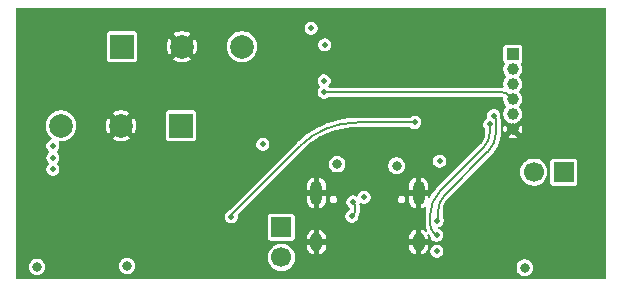
<source format=gbr>
%TF.GenerationSoftware,KiCad,Pcbnew,9.0.7-9.0.7~ubuntu24.04.1*%
%TF.CreationDate,2026-02-26T22:41:37+11:00*%
%TF.ProjectId,flipcab-rounded,666c6970-6361-4622-9d72-6f756e646564,rev?*%
%TF.SameCoordinates,Original*%
%TF.FileFunction,Copper,L4,Bot*%
%TF.FilePolarity,Positive*%
%FSLAX46Y46*%
G04 Gerber Fmt 4.6, Leading zero omitted, Abs format (unit mm)*
G04 Created by KiCad (PCBNEW 9.0.7-9.0.7~ubuntu24.04.1) date 2026-02-26 22:41:37*
%MOMM*%
%LPD*%
G01*
G04 APERTURE LIST*
%TA.AperFunction,ComponentPad*%
%ADD10C,0.630000*%
%TD*%
%TA.AperFunction,SMDPad,CuDef*%
%ADD11R,2.600000X3.300000*%
%TD*%
%TA.AperFunction,ComponentPad*%
%ADD12R,1.000000X1.000000*%
%TD*%
%TA.AperFunction,ComponentPad*%
%ADD13C,1.000000*%
%TD*%
%TA.AperFunction,ComponentPad*%
%ADD14R,2.000000X2.000000*%
%TD*%
%TA.AperFunction,ComponentPad*%
%ADD15C,2.000000*%
%TD*%
%TA.AperFunction,ComponentPad*%
%ADD16R,1.700000X1.700000*%
%TD*%
%TA.AperFunction,ComponentPad*%
%ADD17C,1.700000*%
%TD*%
%TA.AperFunction,HeatsinkPad*%
%ADD18O,1.000000X2.100000*%
%TD*%
%TA.AperFunction,HeatsinkPad*%
%ADD19O,1.000000X1.600000*%
%TD*%
%TA.AperFunction,ViaPad*%
%ADD20C,0.500000*%
%TD*%
%TA.AperFunction,ViaPad*%
%ADD21C,0.800000*%
%TD*%
%TA.AperFunction,Conductor*%
%ADD22C,0.160000*%
%TD*%
G04 APERTURE END LIST*
D10*
%TO.P,U4,9,GND*%
%TO.N,GND*%
X88470000Y-97350000D03*
X88470000Y-98650000D03*
X88470000Y-99950000D03*
D11*
X89120000Y-98650000D03*
D10*
X89770000Y-97350000D03*
X89770000Y-98650000D03*
X89770000Y-99950000D03*
%TD*%
D12*
%TO.P,J2,1,Pin_1*%
%TO.N,+3V3*%
X91080000Y-83930000D03*
D13*
%TO.P,J2,2,Pin_2*%
%TO.N,UART_TXD*%
X91080000Y-85200000D03*
%TO.P,J2,3,Pin_3*%
%TO.N,UART_RXD*%
X91080000Y-86470000D03*
%TO.P,J2,4,Pin_4*%
%TO.N,EN*%
X91080000Y-87740000D03*
%TO.P,J2,5,Pin_5*%
%TO.N,IO9{slash}BOOT*%
X91080000Y-89010000D03*
%TO.P,J2,6,Pin_6*%
%TO.N,GND*%
X91080000Y-90280000D03*
%TD*%
D14*
%TO.P,SW2,1,A*%
%TO.N,Net-(SW2-A)*%
X58000000Y-83300000D03*
D15*
%TO.P,SW2,2,B*%
%TO.N,GND*%
X63080000Y-83300000D03*
%TO.P,SW2,3,C*%
%TO.N,+3V3*%
X68160000Y-83300000D03*
%TD*%
D16*
%TO.P,J4,1,Pin_1*%
%TO.N,Net-(J4-Pin_1)*%
X95395000Y-93930000D03*
D17*
%TO.P,J4,2,Pin_2*%
%TO.N,Net-(J4-Pin_2)*%
X92855000Y-93930000D03*
%TD*%
D16*
%TO.P,J1,1,Pin_1*%
%TO.N,Net-(J1-Pin_1)*%
X71490000Y-98610000D03*
D17*
%TO.P,J1,2,Pin_2*%
%TO.N,+12V*%
X71490000Y-101150000D03*
%TD*%
D14*
%TO.P,SW1,1,A*%
%TO.N,Net-(SW1-A)*%
X63000000Y-90000000D03*
D15*
%TO.P,SW1,2,B*%
%TO.N,GND*%
X57920000Y-90000000D03*
%TO.P,SW1,3,C*%
%TO.N,+3V3*%
X52840000Y-90000000D03*
%TD*%
D18*
%TO.P,J3,S1,SHIELD*%
%TO.N,GND*%
X74460000Y-95700000D03*
D19*
X74460000Y-99880000D03*
D18*
X83100000Y-95700000D03*
D19*
X83100000Y-99880000D03*
%TD*%
D20*
%TO.N,GND*%
X96400000Y-84600000D03*
X55500000Y-96000000D03*
X80200000Y-88900000D03*
X73920000Y-92180000D03*
X67400000Y-99800000D03*
X60800000Y-92700000D03*
X65181250Y-98918750D03*
X98500000Y-96300000D03*
X88600000Y-95400000D03*
X86700000Y-88300000D03*
X55500000Y-95200000D03*
X97500000Y-99300000D03*
X86700000Y-81800000D03*
X89300000Y-80600000D03*
X53300000Y-100800000D03*
X83000000Y-88700000D03*
X53300000Y-95900000D03*
X56700000Y-97500000D03*
X51600000Y-82900000D03*
X53300000Y-96800000D03*
X54300000Y-93700000D03*
X53300000Y-93700000D03*
X55500000Y-96700000D03*
X49500000Y-95900000D03*
X56000000Y-100500000D03*
X97700000Y-94800000D03*
X96600000Y-101300000D03*
X97700000Y-95800000D03*
X78100000Y-92000000D03*
X86800000Y-89300000D03*
X95400000Y-100700000D03*
X96300000Y-90500000D03*
X87800000Y-91370000D03*
X92600000Y-87500000D03*
X78800000Y-88900000D03*
X68800000Y-100400000D03*
X87300000Y-95400000D03*
X98500000Y-98900000D03*
X79600000Y-81900000D03*
X89700000Y-95400000D03*
X50900000Y-93900000D03*
X82000000Y-81800000D03*
X51100000Y-95800000D03*
X77500000Y-84100000D03*
X81500000Y-88900000D03*
X71300000Y-83500000D03*
X92500000Y-86100000D03*
X84600000Y-94300000D03*
X53300000Y-94900000D03*
X72000000Y-88200000D03*
X77300000Y-88800000D03*
X50700000Y-100600000D03*
X84500000Y-81800000D03*
X69200000Y-97500000D03*
X98600000Y-97700000D03*
X69700000Y-90500000D03*
X86700000Y-86000000D03*
X86700000Y-83800000D03*
X50700000Y-99800000D03*
X72200000Y-93800000D03*
X71500000Y-86100000D03*
X64700000Y-96500000D03*
X55500000Y-97500000D03*
X84500000Y-89300000D03*
X57100000Y-99200000D03*
X97700000Y-91800000D03*
X69400000Y-87400000D03*
X71700000Y-89900000D03*
X60900000Y-96800000D03*
X77500000Y-81900000D03*
X66817500Y-95117500D03*
X94000000Y-96000000D03*
X97700000Y-83200000D03*
X77400000Y-86200000D03*
X58000000Y-94900000D03*
X63600000Y-95000000D03*
X50400000Y-95400000D03*
X74600000Y-80900000D03*
X79000000Y-100600000D03*
X55500000Y-94400000D03*
X66400000Y-98800000D03*
%TO.N,+3V3*%
X52140000Y-91700000D03*
X75100000Y-86200000D03*
X84880000Y-93000000D03*
X84660000Y-100630000D03*
X52140000Y-92700000D03*
X74002500Y-81767500D03*
X52140000Y-93700000D03*
X75150000Y-83160000D03*
%TO.N,EN*%
X75100000Y-87160000D03*
%TO.N,CC1*%
X77540000Y-96460000D03*
X77450000Y-97650000D03*
%TO.N,JTAG_DM*%
X78500000Y-96040000D03*
D21*
%TO.N,+12V*%
X76210000Y-93260000D03*
D20*
X69910000Y-91580000D03*
D21*
X50800000Y-101950000D03*
X58430000Y-101870000D03*
X92100000Y-102020000D03*
X81250000Y-93390000D03*
D20*
%TO.N,LED_CTRL*%
X67260000Y-97720000D03*
X82770000Y-89730000D03*
%TO.N,MOTOR_IN1*%
X89130000Y-89900000D03*
X84630000Y-99290000D03*
%TO.N,MOTOR_IN2*%
X84700000Y-98030000D03*
X89450000Y-89150000D03*
%TD*%
D22*
%TO.N,EN*%
X75100000Y-87160000D02*
X90089878Y-87160000D01*
X90790000Y-87450000D02*
X91080000Y-87740000D01*
X90790000Y-87450000D02*
G75*
G03*
X90089878Y-87160009I-700100J-700100D01*
G01*
%TO.N,CC1*%
X77480000Y-97650000D02*
X77450000Y-97650000D01*
X77640000Y-96560000D02*
X77540000Y-96460000D01*
X77531213Y-97628786D02*
X77625000Y-97535000D01*
X77740000Y-96801421D02*
X77740000Y-97257365D01*
X77640000Y-96560000D02*
G75*
G02*
X77739991Y-96801421I-241400J-241400D01*
G01*
X77531213Y-97628786D02*
G75*
G02*
X77480000Y-97650007I-51213J51186D01*
G01*
X77740000Y-97257365D02*
G75*
G02*
X77625010Y-97535010I-392600J-35D01*
G01*
%TO.N,LED_CTRL*%
X82770000Y-89730000D02*
X77877456Y-89730000D01*
X67327175Y-97462824D02*
X73067757Y-91722242D01*
X67260000Y-97625000D02*
X67260000Y-97720000D01*
X67327175Y-97462824D02*
G75*
G03*
X67260014Y-97625000I162225J-162176D01*
G01*
X77877456Y-89730000D02*
G75*
G03*
X73067788Y-91722273I44J-6801900D01*
G01*
%TO.N,MOTOR_IN1*%
X88627954Y-91822045D02*
X84934992Y-95515007D01*
X89130000Y-90610000D02*
X89130000Y-89900000D01*
X84090000Y-98368162D02*
X84090000Y-97555000D01*
X84630000Y-99290000D02*
X84360000Y-99020000D01*
X84934992Y-95515007D02*
G75*
G03*
X84090004Y-97555000I2040008J-2039993D01*
G01*
X89130000Y-90610000D02*
G75*
G02*
X88627956Y-91822047I-1714100J0D01*
G01*
X84090000Y-98368162D02*
G75*
G03*
X84359989Y-99020011I921800J-38D01*
G01*
%TO.N,MOTOR_IN2*%
X84770000Y-97200000D02*
X84770000Y-97910502D01*
X84700000Y-98030000D02*
X84735000Y-97995000D01*
X89570500Y-89270500D02*
X89450000Y-89150000D01*
X85307401Y-95902598D02*
X88938638Y-92271361D01*
X89691000Y-89561412D02*
X89691000Y-90455000D01*
X89570500Y-89270500D02*
G75*
G02*
X89690995Y-89561412I-290900J-290900D01*
G01*
X84770000Y-97910502D02*
G75*
G02*
X84734999Y-97994999I-119500J2D01*
G01*
X89691000Y-90455000D02*
G75*
G02*
X88938634Y-92271357I-2568700J0D01*
G01*
X85307401Y-95902598D02*
G75*
G03*
X84769999Y-97200000I1297399J-1297402D01*
G01*
%TD*%
%TA.AperFunction,Conductor*%
%TO.N,GND*%
G36*
X90990000Y-101600000D02*
G01*
X87600000Y-101600000D01*
X87600000Y-101300000D01*
X87400000Y-101100000D01*
X87400000Y-96000000D01*
X87600000Y-96000000D01*
X87600000Y-94600000D01*
X90200000Y-94600000D01*
X90890000Y-94600000D01*
X90990000Y-101600000D01*
G37*
%TD.AperFunction*%
%TD*%
%TA.AperFunction,Conductor*%
%TO.N,GND*%
G36*
X98958691Y-80019407D02*
G01*
X98994655Y-80068907D01*
X98999500Y-80099500D01*
X98999500Y-102900500D01*
X98980593Y-102958691D01*
X98931093Y-102994655D01*
X98900500Y-102999500D01*
X49099500Y-102999500D01*
X49041309Y-102980593D01*
X49005345Y-102931093D01*
X49000500Y-102900500D01*
X49000500Y-101881004D01*
X50099500Y-101881004D01*
X50099500Y-102018995D01*
X50126420Y-102154327D01*
X50126420Y-102154329D01*
X50179222Y-102281806D01*
X50179228Y-102281817D01*
X50255885Y-102396541D01*
X50353458Y-102494114D01*
X50468182Y-102570771D01*
X50468193Y-102570777D01*
X50515283Y-102590282D01*
X50595672Y-102623580D01*
X50731007Y-102650500D01*
X50731008Y-102650500D01*
X50868992Y-102650500D01*
X50868993Y-102650500D01*
X51004328Y-102623580D01*
X51131811Y-102570775D01*
X51246542Y-102494114D01*
X51344114Y-102396542D01*
X51420775Y-102281811D01*
X51473580Y-102154328D01*
X51500500Y-102018993D01*
X51500500Y-101881007D01*
X51484586Y-101801004D01*
X57729500Y-101801004D01*
X57729500Y-101938995D01*
X57756420Y-102074327D01*
X57756420Y-102074329D01*
X57809222Y-102201806D01*
X57809228Y-102201817D01*
X57885885Y-102316541D01*
X57983458Y-102414114D01*
X58098182Y-102490771D01*
X58098193Y-102490777D01*
X58145283Y-102510282D01*
X58225672Y-102543580D01*
X58361007Y-102570500D01*
X58361008Y-102570500D01*
X58498992Y-102570500D01*
X58498993Y-102570500D01*
X58634328Y-102543580D01*
X58761811Y-102490775D01*
X58876542Y-102414114D01*
X58974114Y-102316542D01*
X59050775Y-102201811D01*
X59103580Y-102074328D01*
X59130500Y-101938993D01*
X59130500Y-101801007D01*
X59103580Y-101665672D01*
X59050775Y-101538189D01*
X59050774Y-101538187D01*
X59050771Y-101538182D01*
X58974114Y-101423458D01*
X58876541Y-101325885D01*
X58761817Y-101249228D01*
X58761806Y-101249222D01*
X58634328Y-101196420D01*
X58498995Y-101169500D01*
X58498993Y-101169500D01*
X58361007Y-101169500D01*
X58361004Y-101169500D01*
X58225672Y-101196420D01*
X58225670Y-101196420D01*
X58098193Y-101249222D01*
X58098182Y-101249228D01*
X57983458Y-101325885D01*
X57885885Y-101423458D01*
X57809228Y-101538182D01*
X57809222Y-101538193D01*
X57756420Y-101665670D01*
X57756420Y-101665672D01*
X57729500Y-101801004D01*
X51484586Y-101801004D01*
X51473580Y-101745672D01*
X51420775Y-101618189D01*
X51420774Y-101618187D01*
X51420771Y-101618182D01*
X51344114Y-101503458D01*
X51246541Y-101405885D01*
X51131817Y-101329228D01*
X51131806Y-101329222D01*
X51004328Y-101276420D01*
X50868995Y-101249500D01*
X50868993Y-101249500D01*
X50731007Y-101249500D01*
X50731004Y-101249500D01*
X50595672Y-101276420D01*
X50595670Y-101276420D01*
X50468193Y-101329222D01*
X50468182Y-101329228D01*
X50353458Y-101405885D01*
X50255885Y-101503458D01*
X50179228Y-101618182D01*
X50179222Y-101618193D01*
X50126420Y-101745670D01*
X50126420Y-101745672D01*
X50099500Y-101881004D01*
X49000500Y-101881004D01*
X49000500Y-101059450D01*
X70339500Y-101059450D01*
X70339500Y-101240549D01*
X70367828Y-101419406D01*
X70417881Y-101573458D01*
X70423789Y-101591639D01*
X70506004Y-101752994D01*
X70612447Y-101899501D01*
X70740499Y-102027553D01*
X70887006Y-102133996D01*
X71048361Y-102216211D01*
X71220591Y-102272171D01*
X71281456Y-102281811D01*
X71399451Y-102300500D01*
X71399454Y-102300500D01*
X71580549Y-102300500D01*
X71669977Y-102286335D01*
X71759409Y-102272171D01*
X71931639Y-102216211D01*
X72092994Y-102133996D01*
X72239501Y-102027553D01*
X72316050Y-101951004D01*
X91399500Y-101951004D01*
X91399500Y-101951007D01*
X91399500Y-102088993D01*
X91424805Y-102216211D01*
X91426420Y-102224327D01*
X91426420Y-102224329D01*
X91479222Y-102351806D01*
X91479228Y-102351817D01*
X91555885Y-102466541D01*
X91653458Y-102564114D01*
X91768182Y-102640771D01*
X91768193Y-102640777D01*
X91791667Y-102650500D01*
X91895672Y-102693580D01*
X92031007Y-102720500D01*
X92031008Y-102720500D01*
X92168992Y-102720500D01*
X92168993Y-102720500D01*
X92304328Y-102693580D01*
X92431811Y-102640775D01*
X92546542Y-102564114D01*
X92644114Y-102466542D01*
X92720775Y-102351811D01*
X92773580Y-102224328D01*
X92800500Y-102088993D01*
X92800500Y-101951007D01*
X92773580Y-101815672D01*
X92720775Y-101688189D01*
X92720774Y-101688187D01*
X92720771Y-101688182D01*
X92644114Y-101573458D01*
X92546541Y-101475885D01*
X92431817Y-101399228D01*
X92431806Y-101399222D01*
X92304328Y-101346420D01*
X92168995Y-101319500D01*
X92168993Y-101319500D01*
X92031007Y-101319500D01*
X92031004Y-101319500D01*
X91895672Y-101346420D01*
X91895670Y-101346420D01*
X91768193Y-101399222D01*
X91768182Y-101399228D01*
X91653458Y-101475885D01*
X91555885Y-101573458D01*
X91479228Y-101688182D01*
X91479222Y-101688193D01*
X91426420Y-101815670D01*
X91426420Y-101815672D01*
X91399500Y-101951004D01*
X72316050Y-101951004D01*
X72367553Y-101899501D01*
X72473996Y-101752994D01*
X72556211Y-101591639D01*
X72612171Y-101419409D01*
X72639125Y-101249228D01*
X72640500Y-101240549D01*
X72640500Y-101059450D01*
X72612171Y-100880593D01*
X72612171Y-100880591D01*
X72556211Y-100708361D01*
X72473996Y-100547006D01*
X72367553Y-100400499D01*
X72239501Y-100272447D01*
X72092994Y-100166004D01*
X72092993Y-100166003D01*
X71931637Y-100083788D01*
X71759406Y-100027828D01*
X71580549Y-99999500D01*
X71580546Y-99999500D01*
X71399454Y-99999500D01*
X71399451Y-99999500D01*
X71220593Y-100027828D01*
X71048362Y-100083788D01*
X70887008Y-100166002D01*
X70813752Y-100219225D01*
X70740499Y-100272447D01*
X70612447Y-100400499D01*
X70569540Y-100459556D01*
X70506002Y-100547008D01*
X70423788Y-100708362D01*
X70367828Y-100880593D01*
X70339500Y-101059450D01*
X49000500Y-101059450D01*
X49000500Y-97647525D01*
X66709500Y-97647525D01*
X66709500Y-97792475D01*
X66739087Y-97902896D01*
X66747017Y-97932489D01*
X66819487Y-98058010D01*
X66819489Y-98058012D01*
X66819491Y-98058015D01*
X66921985Y-98160509D01*
X66921987Y-98160510D01*
X66921989Y-98160512D01*
X67047511Y-98232982D01*
X67047512Y-98232982D01*
X67047515Y-98232984D01*
X67187525Y-98270500D01*
X67187526Y-98270500D01*
X67332474Y-98270500D01*
X67332475Y-98270500D01*
X67472485Y-98232984D01*
X67472487Y-98232982D01*
X67472489Y-98232982D01*
X67598010Y-98160512D01*
X67598010Y-98160511D01*
X67598015Y-98160509D01*
X67700509Y-98058015D01*
X67772984Y-97932485D01*
X67810500Y-97792475D01*
X67810500Y-97715130D01*
X70339500Y-97715130D01*
X70339500Y-99504860D01*
X70339501Y-99504863D01*
X70342414Y-99529990D01*
X70367756Y-99587385D01*
X70387794Y-99632765D01*
X70467235Y-99712206D01*
X70570009Y-99757585D01*
X70595135Y-99760500D01*
X72384864Y-99760499D01*
X72409991Y-99757585D01*
X72512765Y-99712206D01*
X72592206Y-99632765D01*
X72637585Y-99529991D01*
X72640500Y-99504865D01*
X72640500Y-99501204D01*
X73660000Y-99501204D01*
X73660000Y-99629999D01*
X73660001Y-99630000D01*
X74160000Y-99630000D01*
X74160000Y-100130000D01*
X73660001Y-100130000D01*
X73660000Y-100130001D01*
X73660000Y-100258795D01*
X73690742Y-100413349D01*
X73751048Y-100558940D01*
X73751052Y-100558949D01*
X73838599Y-100689969D01*
X73838602Y-100689973D01*
X73950026Y-100801397D01*
X73950030Y-100801400D01*
X74081058Y-100888951D01*
X74209999Y-100942360D01*
X74210000Y-100942359D01*
X74210000Y-100346988D01*
X74219940Y-100364205D01*
X74275795Y-100420060D01*
X74344204Y-100459556D01*
X74420504Y-100480000D01*
X74499496Y-100480000D01*
X74575796Y-100459556D01*
X74644205Y-100420060D01*
X74700060Y-100364205D01*
X74710000Y-100346988D01*
X74710000Y-100942360D01*
X74838941Y-100888951D01*
X74969969Y-100801400D01*
X74969973Y-100801397D01*
X75081397Y-100689973D01*
X75081400Y-100689969D01*
X75168947Y-100558949D01*
X75168951Y-100558940D01*
X75229257Y-100413349D01*
X75259999Y-100258795D01*
X75260000Y-100258792D01*
X75260000Y-100130001D01*
X75259999Y-100130000D01*
X74760000Y-100130000D01*
X74760000Y-99630000D01*
X75259999Y-99630000D01*
X75260000Y-99629999D01*
X75260000Y-99501207D01*
X75259999Y-99501204D01*
X75229257Y-99346650D01*
X75168951Y-99201059D01*
X75168947Y-99201050D01*
X75081400Y-99070030D01*
X75081397Y-99070026D01*
X74969973Y-98958602D01*
X74969969Y-98958599D01*
X74838949Y-98871052D01*
X74838940Y-98871048D01*
X74710000Y-98817639D01*
X74710000Y-99413011D01*
X74700060Y-99395795D01*
X74644205Y-99339940D01*
X74575796Y-99300444D01*
X74499496Y-99280000D01*
X74420504Y-99280000D01*
X74344204Y-99300444D01*
X74275795Y-99339940D01*
X74219940Y-99395795D01*
X74210000Y-99413011D01*
X74210000Y-98817639D01*
X74081059Y-98871048D01*
X74081050Y-98871052D01*
X73950030Y-98958599D01*
X73950026Y-98958602D01*
X73838602Y-99070026D01*
X73838599Y-99070030D01*
X73751052Y-99201050D01*
X73751048Y-99201059D01*
X73690742Y-99346650D01*
X73660000Y-99501204D01*
X72640500Y-99501204D01*
X72640499Y-97715136D01*
X72637585Y-97690009D01*
X72592206Y-97587235D01*
X72582496Y-97577525D01*
X76899500Y-97577525D01*
X76899500Y-97722474D01*
X76937017Y-97862489D01*
X77009487Y-97988010D01*
X77009489Y-97988012D01*
X77009491Y-97988015D01*
X77111985Y-98090509D01*
X77111987Y-98090510D01*
X77111989Y-98090512D01*
X77237511Y-98162982D01*
X77237512Y-98162982D01*
X77237515Y-98162984D01*
X77377525Y-98200500D01*
X77377526Y-98200500D01*
X77522474Y-98200500D01*
X77522475Y-98200500D01*
X77662485Y-98162984D01*
X77662487Y-98162982D01*
X77662489Y-98162982D01*
X77788010Y-98090512D01*
X77788010Y-98090511D01*
X77788015Y-98090509D01*
X77890509Y-97988015D01*
X77890512Y-97988010D01*
X77962982Y-97862489D01*
X77962982Y-97862487D01*
X77962984Y-97862485D01*
X78000500Y-97722475D01*
X78000500Y-97701538D01*
X78017182Y-97646539D01*
X78032525Y-97623577D01*
X78090803Y-97482864D01*
X78120506Y-97333483D01*
X78120500Y-97257331D01*
X78120500Y-97253137D01*
X78120500Y-96751327D01*
X78120493Y-96751303D01*
X78120495Y-96730339D01*
X78101255Y-96633593D01*
X78100976Y-96631870D01*
X78105393Y-96603293D01*
X78108795Y-96574571D01*
X78110042Y-96573221D01*
X78110324Y-96571403D01*
X78130697Y-96550878D01*
X78150329Y-96529643D01*
X78152133Y-96529284D01*
X78153429Y-96527979D01*
X78181981Y-96523348D01*
X78210339Y-96517709D01*
X78212443Y-96518408D01*
X78213825Y-96518184D01*
X78217778Y-96520180D01*
X78248199Y-96530285D01*
X78287513Y-96552983D01*
X78287515Y-96552984D01*
X78427525Y-96590500D01*
X78427526Y-96590500D01*
X78572474Y-96590500D01*
X78572475Y-96590500D01*
X78712485Y-96552984D01*
X78712487Y-96552982D01*
X78712489Y-96552982D01*
X78838010Y-96480512D01*
X78838010Y-96480511D01*
X78838015Y-96480509D01*
X78940509Y-96378015D01*
X79012984Y-96252485D01*
X79021183Y-96221883D01*
X79030491Y-96187147D01*
X81344500Y-96187147D01*
X81344500Y-96272853D01*
X81366682Y-96355638D01*
X81409535Y-96429862D01*
X81470138Y-96490465D01*
X81544362Y-96533318D01*
X81627147Y-96555500D01*
X81627149Y-96555500D01*
X81712851Y-96555500D01*
X81712853Y-96555500D01*
X81795638Y-96533318D01*
X81869862Y-96490465D01*
X81930465Y-96429862D01*
X81973318Y-96355638D01*
X81995500Y-96272853D01*
X81995500Y-96187147D01*
X81973318Y-96104362D01*
X81930465Y-96030138D01*
X81869862Y-95969535D01*
X81795638Y-95926682D01*
X81712853Y-95904500D01*
X81627147Y-95904500D01*
X81544362Y-95926682D01*
X81470138Y-95969535D01*
X81409535Y-96030138D01*
X81366682Y-96104362D01*
X81344500Y-96187147D01*
X79030491Y-96187147D01*
X79039096Y-96155037D01*
X79039096Y-96155035D01*
X79050500Y-96112474D01*
X79050500Y-95967525D01*
X79045005Y-95947017D01*
X79012984Y-95827515D01*
X79012982Y-95827511D01*
X79012982Y-95827510D01*
X78940512Y-95701989D01*
X78940510Y-95701987D01*
X78940509Y-95701985D01*
X78838015Y-95599491D01*
X78838012Y-95599489D01*
X78838010Y-95599487D01*
X78712488Y-95527017D01*
X78712489Y-95527017D01*
X78682896Y-95519087D01*
X78572475Y-95489500D01*
X78427525Y-95489500D01*
X78365790Y-95506041D01*
X78287510Y-95527017D01*
X78161989Y-95599487D01*
X78059487Y-95701989D01*
X77987017Y-95827511D01*
X77987015Y-95827515D01*
X77961256Y-95923648D01*
X77927932Y-95974962D01*
X77870810Y-95996888D01*
X77816131Y-95983761D01*
X77752488Y-95947017D01*
X77752485Y-95947016D01*
X77612475Y-95909500D01*
X77467525Y-95909500D01*
X77414725Y-95923648D01*
X77327510Y-95947017D01*
X77201989Y-96019487D01*
X77099487Y-96121989D01*
X77027017Y-96247510D01*
X77005237Y-96328795D01*
X76989500Y-96387525D01*
X76989500Y-96532475D01*
X76995670Y-96555500D01*
X77027017Y-96672489D01*
X77099487Y-96798010D01*
X77099489Y-96798012D01*
X77099491Y-96798015D01*
X77201985Y-96900509D01*
X77286052Y-96949045D01*
X77326992Y-96994514D01*
X77333388Y-97055364D01*
X77302795Y-97108352D01*
X77262177Y-97130407D01*
X77237512Y-97137016D01*
X77237511Y-97137017D01*
X77111989Y-97209487D01*
X77009487Y-97311989D01*
X76937017Y-97437510D01*
X76899500Y-97577525D01*
X72582496Y-97577525D01*
X72512765Y-97507794D01*
X72409991Y-97462415D01*
X72409990Y-97462414D01*
X72409988Y-97462414D01*
X72384868Y-97459500D01*
X70595139Y-97459500D01*
X70595136Y-97459501D01*
X70570009Y-97462414D01*
X70467235Y-97507794D01*
X70387794Y-97587235D01*
X70342414Y-97690011D01*
X70339500Y-97715130D01*
X67810500Y-97715130D01*
X67810500Y-97647525D01*
X67795965Y-97593281D01*
X67795129Y-97586107D01*
X67799798Y-97562853D01*
X67801039Y-97539173D01*
X67806127Y-97531337D01*
X67807175Y-97526119D01*
X67812998Y-97520755D01*
X67823458Y-97504647D01*
X70256901Y-95071204D01*
X73660000Y-95071204D01*
X73660000Y-95449999D01*
X73660001Y-95450000D01*
X74160000Y-95450000D01*
X74160000Y-95950000D01*
X73660001Y-95950000D01*
X73660000Y-95950001D01*
X73660000Y-96328795D01*
X73690742Y-96483349D01*
X73751048Y-96628940D01*
X73751052Y-96628949D01*
X73838599Y-96759969D01*
X73838602Y-96759973D01*
X73950026Y-96871397D01*
X73950030Y-96871400D01*
X74081058Y-96958951D01*
X74209999Y-97012360D01*
X74210000Y-97012359D01*
X74210000Y-96416988D01*
X74219940Y-96434205D01*
X74275795Y-96490060D01*
X74344204Y-96529556D01*
X74420504Y-96550000D01*
X74499496Y-96550000D01*
X74575796Y-96529556D01*
X74644205Y-96490060D01*
X74700060Y-96434205D01*
X74710000Y-96416988D01*
X74710000Y-97012360D01*
X74838941Y-96958951D01*
X74969969Y-96871400D01*
X74969973Y-96871397D01*
X75081397Y-96759973D01*
X75081400Y-96759969D01*
X75168947Y-96628949D01*
X75168951Y-96628940D01*
X75229257Y-96483349D01*
X75259999Y-96328795D01*
X75260000Y-96328792D01*
X75260000Y-96187147D01*
X75564500Y-96187147D01*
X75564500Y-96272853D01*
X75586682Y-96355638D01*
X75629535Y-96429862D01*
X75690138Y-96490465D01*
X75764362Y-96533318D01*
X75847147Y-96555500D01*
X75847149Y-96555500D01*
X75932851Y-96555500D01*
X75932853Y-96555500D01*
X76015638Y-96533318D01*
X76089862Y-96490465D01*
X76150465Y-96429862D01*
X76193318Y-96355638D01*
X76215500Y-96272853D01*
X76215500Y-96187147D01*
X76193318Y-96104362D01*
X76150465Y-96030138D01*
X76089862Y-95969535D01*
X76015638Y-95926682D01*
X75932853Y-95904500D01*
X75847147Y-95904500D01*
X75764362Y-95926682D01*
X75690138Y-95969535D01*
X75629535Y-96030138D01*
X75586682Y-96104362D01*
X75564500Y-96187147D01*
X75260000Y-96187147D01*
X75260000Y-95950001D01*
X75259999Y-95950000D01*
X74760000Y-95950000D01*
X74760000Y-95450000D01*
X75259999Y-95450000D01*
X75260000Y-95449999D01*
X75260000Y-95071207D01*
X75259999Y-95071204D01*
X82300000Y-95071204D01*
X82300000Y-95449999D01*
X82300001Y-95450000D01*
X82800000Y-95450000D01*
X82800000Y-95950000D01*
X82300001Y-95950000D01*
X82300000Y-95950001D01*
X82300000Y-96328795D01*
X82330742Y-96483349D01*
X82391048Y-96628940D01*
X82391052Y-96628949D01*
X82478599Y-96759969D01*
X82478602Y-96759973D01*
X82590026Y-96871397D01*
X82590030Y-96871400D01*
X82721058Y-96958951D01*
X82849999Y-97012360D01*
X82850000Y-97012359D01*
X82850000Y-96416988D01*
X82859940Y-96434205D01*
X82915795Y-96490060D01*
X82984204Y-96529556D01*
X83060504Y-96550000D01*
X83139496Y-96550000D01*
X83215796Y-96529556D01*
X83284205Y-96490060D01*
X83340060Y-96434205D01*
X83350000Y-96416988D01*
X83350000Y-97012360D01*
X83478940Y-96958951D01*
X83609066Y-96872004D01*
X83667954Y-96855395D01*
X83725358Y-96876572D01*
X83759351Y-96927446D01*
X83761166Y-96973633D01*
X83740947Y-97075279D01*
X83709500Y-97394569D01*
X83709500Y-98424672D01*
X83709513Y-98424881D01*
X83709512Y-98470509D01*
X83709512Y-98470644D01*
X83740909Y-98668917D01*
X83741575Y-98673120D01*
X83804913Y-98868071D01*
X83804914Y-98868075D01*
X83804915Y-98868078D01*
X83804916Y-98868079D01*
X83817698Y-98893166D01*
X83827268Y-98953598D01*
X83799489Y-99008113D01*
X83744971Y-99035890D01*
X83684540Y-99026316D01*
X83659483Y-99008112D01*
X83609973Y-98958602D01*
X83609969Y-98958599D01*
X83478949Y-98871052D01*
X83478940Y-98871048D01*
X83350000Y-98817639D01*
X83350000Y-99413011D01*
X83340060Y-99395795D01*
X83284205Y-99339940D01*
X83215796Y-99300444D01*
X83139496Y-99280000D01*
X83060504Y-99280000D01*
X82984204Y-99300444D01*
X82915795Y-99339940D01*
X82859940Y-99395795D01*
X82850000Y-99413011D01*
X82850000Y-98817639D01*
X82721059Y-98871048D01*
X82721050Y-98871052D01*
X82590030Y-98958599D01*
X82590026Y-98958602D01*
X82478602Y-99070026D01*
X82478599Y-99070030D01*
X82391052Y-99201050D01*
X82391048Y-99201059D01*
X82330742Y-99346650D01*
X82300000Y-99501204D01*
X82300000Y-99629999D01*
X82300001Y-99630000D01*
X82800000Y-99630000D01*
X82800000Y-100130000D01*
X82300001Y-100130000D01*
X82300000Y-100130001D01*
X82300000Y-100258795D01*
X82330742Y-100413349D01*
X82391048Y-100558940D01*
X82391052Y-100558949D01*
X82478599Y-100689969D01*
X82478602Y-100689973D01*
X82590026Y-100801397D01*
X82590030Y-100801400D01*
X82721058Y-100888951D01*
X82849999Y-100942360D01*
X82850000Y-100942359D01*
X82850000Y-100346988D01*
X82859940Y-100364205D01*
X82915795Y-100420060D01*
X82984204Y-100459556D01*
X83060504Y-100480000D01*
X83139496Y-100480000D01*
X83215796Y-100459556D01*
X83284205Y-100420060D01*
X83340060Y-100364205D01*
X83350000Y-100346988D01*
X83350000Y-100942360D01*
X83478941Y-100888951D01*
X83609969Y-100801400D01*
X83609973Y-100801397D01*
X83721397Y-100689973D01*
X83721400Y-100689969D01*
X83808947Y-100558949D01*
X83808951Y-100558940D01*
X83809537Y-100557525D01*
X84109500Y-100557525D01*
X84109500Y-100702475D01*
X84136006Y-100801397D01*
X84147017Y-100842489D01*
X84219487Y-100968010D01*
X84219489Y-100968012D01*
X84219491Y-100968015D01*
X84321985Y-101070509D01*
X84321987Y-101070510D01*
X84321989Y-101070512D01*
X84447511Y-101142982D01*
X84447512Y-101142982D01*
X84447515Y-101142984D01*
X84587525Y-101180500D01*
X84587526Y-101180500D01*
X84732474Y-101180500D01*
X84732475Y-101180500D01*
X84872485Y-101142984D01*
X84872487Y-101142982D01*
X84872489Y-101142982D01*
X84998010Y-101070512D01*
X84998010Y-101070511D01*
X84998015Y-101070509D01*
X85100509Y-100968015D01*
X85146157Y-100888951D01*
X85172982Y-100842489D01*
X85172982Y-100842487D01*
X85172984Y-100842485D01*
X85210500Y-100702475D01*
X85210500Y-100557525D01*
X85172984Y-100417515D01*
X85172982Y-100417512D01*
X85172982Y-100417510D01*
X85100512Y-100291989D01*
X85100510Y-100291987D01*
X85100509Y-100291985D01*
X84998015Y-100189491D01*
X84998012Y-100189489D01*
X84998010Y-100189487D01*
X84872488Y-100117017D01*
X84872489Y-100117017D01*
X84842896Y-100109087D01*
X84732475Y-100079500D01*
X84587525Y-100079500D01*
X84548783Y-100089881D01*
X84447510Y-100117017D01*
X84321989Y-100189487D01*
X84219487Y-100291989D01*
X84147017Y-100417510D01*
X84147016Y-100417515D01*
X84109500Y-100557525D01*
X83809537Y-100557525D01*
X83827919Y-100513150D01*
X83827919Y-100513149D01*
X83869256Y-100413352D01*
X83869256Y-100413350D01*
X83899999Y-100258795D01*
X83900000Y-100258792D01*
X83900000Y-100130001D01*
X83899999Y-100130000D01*
X83400000Y-100130000D01*
X83400000Y-99630000D01*
X83899999Y-99630000D01*
X83900000Y-99629999D01*
X83900000Y-99501207D01*
X83899999Y-99501204D01*
X83869257Y-99346650D01*
X83862236Y-99329700D01*
X83861304Y-99317870D01*
X83855919Y-99307299D01*
X83858961Y-99288092D01*
X83857435Y-99268703D01*
X83863634Y-99258586D01*
X83865491Y-99246867D01*
X83879243Y-99233115D01*
X83889405Y-99216534D01*
X83900367Y-99211993D01*
X83908757Y-99203604D01*
X83927963Y-99200562D01*
X83945932Y-99193119D01*
X83957469Y-99195889D01*
X83969189Y-99194033D01*
X83986518Y-99202863D01*
X84005427Y-99207403D01*
X84023705Y-99221812D01*
X84049879Y-99247987D01*
X84049880Y-99247987D01*
X84050504Y-99248611D01*
X84078281Y-99303128D01*
X84079500Y-99318615D01*
X84079500Y-99362474D01*
X84117017Y-99502489D01*
X84189487Y-99628010D01*
X84189489Y-99628012D01*
X84189491Y-99628015D01*
X84291985Y-99730509D01*
X84291987Y-99730510D01*
X84291989Y-99730512D01*
X84417511Y-99802982D01*
X84417512Y-99802982D01*
X84417515Y-99802984D01*
X84557525Y-99840500D01*
X84557526Y-99840500D01*
X84702474Y-99840500D01*
X84702475Y-99840500D01*
X84842485Y-99802984D01*
X84842487Y-99802982D01*
X84842489Y-99802982D01*
X84968010Y-99730512D01*
X84968010Y-99730511D01*
X84968015Y-99730509D01*
X85070509Y-99628015D01*
X85121034Y-99540504D01*
X85142982Y-99502489D01*
X85142982Y-99502487D01*
X85142984Y-99502485D01*
X85180500Y-99362475D01*
X85180500Y-99217525D01*
X85142984Y-99077515D01*
X85142982Y-99077512D01*
X85142982Y-99077510D01*
X85070512Y-98951989D01*
X85070510Y-98951987D01*
X85070509Y-98951985D01*
X84968015Y-98849491D01*
X84968012Y-98849489D01*
X84968010Y-98849487D01*
X84842488Y-98777017D01*
X84842484Y-98777015D01*
X84797658Y-98765004D01*
X84746344Y-98731680D01*
X84724418Y-98674559D01*
X84740254Y-98615458D01*
X84787804Y-98576953D01*
X84797643Y-98573756D01*
X84912485Y-98542984D01*
X84912487Y-98542982D01*
X84912489Y-98542982D01*
X85038010Y-98470512D01*
X85038010Y-98470511D01*
X85038015Y-98470509D01*
X85140509Y-98368015D01*
X85140512Y-98368010D01*
X85212982Y-98242489D01*
X85212982Y-98242487D01*
X85212984Y-98242485D01*
X85250500Y-98102475D01*
X85250500Y-97957525D01*
X85212984Y-97817515D01*
X85212983Y-97817513D01*
X85163763Y-97732260D01*
X85150500Y-97682761D01*
X85150500Y-97203240D01*
X85150712Y-97196765D01*
X85156507Y-97108352D01*
X85162517Y-97016644D01*
X85164207Y-97003813D01*
X85170211Y-96973633D01*
X85198789Y-96829957D01*
X85202140Y-96817453D01*
X85259120Y-96649596D01*
X85264066Y-96637655D01*
X85342471Y-96478665D01*
X85348943Y-96467456D01*
X85447427Y-96320064D01*
X85455303Y-96309800D01*
X85574336Y-96174070D01*
X85578741Y-96169365D01*
X85615139Y-96132968D01*
X85748107Y-96000000D01*
X87400000Y-96000000D01*
X87400000Y-101100000D01*
X87600000Y-101300000D01*
X87600000Y-101600000D01*
X90990000Y-101600000D01*
X90890000Y-94600000D01*
X90200000Y-94600000D01*
X87600000Y-94600000D01*
X87600000Y-96000000D01*
X87400000Y-96000000D01*
X85748107Y-96000000D01*
X87908657Y-93839450D01*
X91704500Y-93839450D01*
X91704500Y-94020549D01*
X91732828Y-94199406D01*
X91788788Y-94371637D01*
X91868764Y-94528599D01*
X91871004Y-94532994D01*
X91977447Y-94679501D01*
X92105499Y-94807553D01*
X92252006Y-94913996D01*
X92413361Y-94996211D01*
X92585591Y-95052171D01*
X92657136Y-95063502D01*
X92764451Y-95080500D01*
X92764454Y-95080500D01*
X92945549Y-95080500D01*
X93034977Y-95066335D01*
X93124409Y-95052171D01*
X93296639Y-94996211D01*
X93457994Y-94913996D01*
X93604501Y-94807553D01*
X93732553Y-94679501D01*
X93838996Y-94532994D01*
X93921211Y-94371639D01*
X93977171Y-94199409D01*
X93991335Y-94109977D01*
X94005500Y-94020549D01*
X94005500Y-93839450D01*
X93977171Y-93660593D01*
X93977171Y-93660591D01*
X93921211Y-93488361D01*
X93838996Y-93327006D01*
X93732553Y-93180499D01*
X93604501Y-93052447D01*
X93580666Y-93035130D01*
X94244500Y-93035130D01*
X94244500Y-94824860D01*
X94244501Y-94824863D01*
X94247414Y-94849990D01*
X94272756Y-94907385D01*
X94292794Y-94952765D01*
X94372235Y-95032206D01*
X94475009Y-95077585D01*
X94500135Y-95080500D01*
X96289864Y-95080499D01*
X96314991Y-95077585D01*
X96417765Y-95032206D01*
X96497206Y-94952765D01*
X96542585Y-94849991D01*
X96545500Y-94824865D01*
X96545499Y-93035136D01*
X96542585Y-93010009D01*
X96497206Y-92907235D01*
X96417765Y-92827794D01*
X96314991Y-92782415D01*
X96314990Y-92782414D01*
X96314988Y-92782414D01*
X96289868Y-92779500D01*
X94500139Y-92779500D01*
X94500136Y-92779501D01*
X94475009Y-92782414D01*
X94372235Y-92827794D01*
X94292794Y-92907235D01*
X94247414Y-93010011D01*
X94244500Y-93035130D01*
X93580666Y-93035130D01*
X93457994Y-92946004D01*
X93457993Y-92946003D01*
X93457991Y-92946002D01*
X93296637Y-92863788D01*
X93124406Y-92807828D01*
X92945549Y-92779500D01*
X92945546Y-92779500D01*
X92764454Y-92779500D01*
X92764451Y-92779500D01*
X92585593Y-92807828D01*
X92413362Y-92863788D01*
X92252008Y-92946002D01*
X92178752Y-92999225D01*
X92105499Y-93052447D01*
X91977447Y-93180499D01*
X91924225Y-93253752D01*
X91871002Y-93327008D01*
X91788788Y-93488362D01*
X91732828Y-93660593D01*
X91704500Y-93839450D01*
X87908657Y-93839450D01*
X89243114Y-92504993D01*
X89243116Y-92504988D01*
X89248370Y-92499735D01*
X89248414Y-92499684D01*
X89310137Y-92437963D01*
X89493968Y-92213967D01*
X89654958Y-91973032D01*
X89791556Y-91717476D01*
X89902448Y-91449762D01*
X89966883Y-91237349D01*
X89986564Y-91172471D01*
X89998536Y-91112287D01*
X90021697Y-90995846D01*
X90021697Y-90995845D01*
X90717706Y-90995845D01*
X90846645Y-91049255D01*
X90846651Y-91049257D01*
X91001204Y-91079999D01*
X91001208Y-91080000D01*
X91158792Y-91080000D01*
X91158795Y-91079999D01*
X91313348Y-91049257D01*
X91313354Y-91049255D01*
X91442292Y-90995846D01*
X91079999Y-90633553D01*
X90717706Y-90995845D01*
X90021697Y-90995845D01*
X90032021Y-90943946D01*
X90033235Y-90937839D01*
X90043097Y-90888263D01*
X90071500Y-90599886D01*
X90071500Y-90455000D01*
X90071500Y-90400292D01*
X90071500Y-90201204D01*
X90280000Y-90201204D01*
X90280000Y-90358795D01*
X90310742Y-90513349D01*
X90364152Y-90642292D01*
X90726446Y-90279999D01*
X90683660Y-90237213D01*
X90755000Y-90237213D01*
X90755000Y-90322787D01*
X90777149Y-90405445D01*
X90819936Y-90479554D01*
X90880446Y-90540064D01*
X90954555Y-90582851D01*
X91037213Y-90605000D01*
X91122787Y-90605000D01*
X91205445Y-90582851D01*
X91279554Y-90540064D01*
X91340064Y-90479554D01*
X91382851Y-90405445D01*
X91405000Y-90322787D01*
X91405000Y-90279999D01*
X91433553Y-90279999D01*
X91795846Y-90642292D01*
X91849255Y-90513354D01*
X91849257Y-90513348D01*
X91879999Y-90358795D01*
X91880000Y-90358792D01*
X91880000Y-90201207D01*
X91879999Y-90201204D01*
X91849257Y-90046651D01*
X91849255Y-90046645D01*
X91795845Y-89917706D01*
X91433553Y-90279999D01*
X91405000Y-90279999D01*
X91405000Y-90237213D01*
X91382851Y-90154555D01*
X91340064Y-90080446D01*
X91279554Y-90019936D01*
X91205445Y-89977149D01*
X91122787Y-89955000D01*
X91037213Y-89955000D01*
X90954555Y-89977149D01*
X90880446Y-90019936D01*
X90819936Y-90080446D01*
X90777149Y-90154555D01*
X90755000Y-90237213D01*
X90683660Y-90237213D01*
X90364153Y-89917706D01*
X90364152Y-89917706D01*
X90310743Y-90046647D01*
X90310743Y-90046649D01*
X90280000Y-90201204D01*
X90071500Y-90201204D01*
X90071500Y-89511318D01*
X90071500Y-89504634D01*
X90071495Y-89504562D01*
X90071495Y-89500780D01*
X90071496Y-89483425D01*
X90041067Y-89330427D01*
X90008035Y-89250677D01*
X90000500Y-89212793D01*
X90000500Y-89077525D01*
X89962984Y-88937515D01*
X89962982Y-88937512D01*
X89962982Y-88937510D01*
X89890512Y-88811989D01*
X89890510Y-88811987D01*
X89890509Y-88811985D01*
X89788015Y-88709491D01*
X89788012Y-88709489D01*
X89788010Y-88709487D01*
X89662488Y-88637017D01*
X89662489Y-88637017D01*
X89632896Y-88629087D01*
X89522475Y-88599500D01*
X89377525Y-88599500D01*
X89315790Y-88616041D01*
X89237510Y-88637017D01*
X89111989Y-88709487D01*
X89009487Y-88811989D01*
X88937017Y-88937510D01*
X88899500Y-89077525D01*
X88899500Y-89222474D01*
X88920434Y-89300601D01*
X88917231Y-89361702D01*
X88878726Y-89409252D01*
X88874308Y-89411960D01*
X88791987Y-89459489D01*
X88689487Y-89561989D01*
X88617017Y-89687510D01*
X88614884Y-89695470D01*
X88579500Y-89827525D01*
X88579500Y-89972475D01*
X88592217Y-90019936D01*
X88617017Y-90112489D01*
X88689487Y-90238010D01*
X88689489Y-90238012D01*
X88689491Y-90238015D01*
X88720505Y-90269029D01*
X88748281Y-90323544D01*
X88749500Y-90339031D01*
X88749500Y-90606759D01*
X88749288Y-90613234D01*
X88738515Y-90777591D01*
X88736825Y-90790430D01*
X88705324Y-90948798D01*
X88701972Y-90961307D01*
X88650072Y-91114199D01*
X88645116Y-91126162D01*
X88573703Y-91270974D01*
X88567229Y-91282189D01*
X88477525Y-91416443D01*
X88469641Y-91426718D01*
X88361067Y-91550522D01*
X88356639Y-91555250D01*
X86471381Y-93440509D01*
X84704623Y-95207267D01*
X84704621Y-95207269D01*
X84694934Y-95216955D01*
X84694921Y-95216962D01*
X84552505Y-95359380D01*
X84552499Y-95359386D01*
X84348954Y-95607408D01*
X84170715Y-95874162D01*
X84170701Y-95874185D01*
X84086310Y-96032071D01*
X84042204Y-96074478D01*
X83981596Y-96082861D01*
X83927635Y-96054019D01*
X83900934Y-95998967D01*
X83900000Y-95985403D01*
X83900000Y-95950001D01*
X83899999Y-95950000D01*
X83400000Y-95950000D01*
X83400000Y-95450000D01*
X83899999Y-95450000D01*
X83900000Y-95449999D01*
X83900000Y-95071207D01*
X83899999Y-95071204D01*
X83869257Y-94916650D01*
X83808951Y-94771059D01*
X83808947Y-94771050D01*
X83721400Y-94640030D01*
X83721397Y-94640026D01*
X83609973Y-94528602D01*
X83609969Y-94528599D01*
X83478949Y-94441052D01*
X83478940Y-94441048D01*
X83350000Y-94387639D01*
X83350000Y-94983011D01*
X83340060Y-94965795D01*
X83284205Y-94909940D01*
X83215796Y-94870444D01*
X83139496Y-94850000D01*
X83060504Y-94850000D01*
X82984204Y-94870444D01*
X82915795Y-94909940D01*
X82859940Y-94965795D01*
X82850000Y-94983011D01*
X82850000Y-94387639D01*
X82721059Y-94441048D01*
X82721050Y-94441052D01*
X82590030Y-94528599D01*
X82590026Y-94528602D01*
X82478602Y-94640026D01*
X82478599Y-94640030D01*
X82391052Y-94771050D01*
X82391048Y-94771059D01*
X82330742Y-94916650D01*
X82300000Y-95071204D01*
X75259999Y-95071204D01*
X75229257Y-94916650D01*
X75168951Y-94771059D01*
X75168947Y-94771050D01*
X75081400Y-94640030D01*
X75081397Y-94640026D01*
X74969973Y-94528602D01*
X74969969Y-94528599D01*
X74838949Y-94441052D01*
X74838940Y-94441048D01*
X74710000Y-94387639D01*
X74710000Y-94983011D01*
X74700060Y-94965795D01*
X74644205Y-94909940D01*
X74575796Y-94870444D01*
X74499496Y-94850000D01*
X74420504Y-94850000D01*
X74344204Y-94870444D01*
X74275795Y-94909940D01*
X74219940Y-94965795D01*
X74210000Y-94983011D01*
X74210000Y-94387639D01*
X74081059Y-94441048D01*
X74081050Y-94441052D01*
X73950030Y-94528599D01*
X73950026Y-94528602D01*
X73838602Y-94640026D01*
X73838599Y-94640030D01*
X73751052Y-94771050D01*
X73751048Y-94771059D01*
X73690742Y-94916650D01*
X73660000Y-95071204D01*
X70256901Y-95071204D01*
X72137102Y-93191004D01*
X75509500Y-93191004D01*
X75509500Y-93328995D01*
X75516063Y-93361988D01*
X75535358Y-93458991D01*
X75536420Y-93464327D01*
X75536420Y-93464329D01*
X75589222Y-93591806D01*
X75589228Y-93591817D01*
X75665885Y-93706541D01*
X75763458Y-93804114D01*
X75878182Y-93880771D01*
X75878193Y-93880777D01*
X75925283Y-93900282D01*
X76005672Y-93933580D01*
X76141007Y-93960500D01*
X76141008Y-93960500D01*
X76278992Y-93960500D01*
X76278993Y-93960500D01*
X76414328Y-93933580D01*
X76541811Y-93880775D01*
X76656542Y-93804114D01*
X76754114Y-93706542D01*
X76830775Y-93591811D01*
X76883580Y-93464328D01*
X76910500Y-93328993D01*
X76910500Y-93321004D01*
X80549500Y-93321004D01*
X80549500Y-93458995D01*
X80567446Y-93549216D01*
X80575919Y-93591811D01*
X80576420Y-93594327D01*
X80576420Y-93594329D01*
X80629222Y-93721806D01*
X80629228Y-93721817D01*
X80705885Y-93836541D01*
X80803458Y-93934114D01*
X80918182Y-94010771D01*
X80918193Y-94010777D01*
X80965283Y-94030282D01*
X81045672Y-94063580D01*
X81181007Y-94090500D01*
X81181008Y-94090500D01*
X81318992Y-94090500D01*
X81318993Y-94090500D01*
X81454328Y-94063580D01*
X81581811Y-94010775D01*
X81696542Y-93934114D01*
X81794114Y-93836542D01*
X81870775Y-93721811D01*
X81923580Y-93594328D01*
X81950500Y-93458993D01*
X81950500Y-93321007D01*
X81923580Y-93185672D01*
X81900518Y-93129996D01*
X81870777Y-93058193D01*
X81870771Y-93058182D01*
X81815883Y-92976038D01*
X81794114Y-92943458D01*
X81778181Y-92927525D01*
X84329500Y-92927525D01*
X84329500Y-93072474D01*
X84367017Y-93212489D01*
X84439487Y-93338010D01*
X84439489Y-93338012D01*
X84439491Y-93338015D01*
X84541985Y-93440509D01*
X84541987Y-93440510D01*
X84541989Y-93440512D01*
X84667511Y-93512982D01*
X84667512Y-93512982D01*
X84667515Y-93512984D01*
X84807525Y-93550500D01*
X84807526Y-93550500D01*
X84952474Y-93550500D01*
X84952475Y-93550500D01*
X85092485Y-93512984D01*
X85092487Y-93512982D01*
X85092489Y-93512982D01*
X85218010Y-93440512D01*
X85218010Y-93440511D01*
X85218015Y-93440509D01*
X85320509Y-93338015D01*
X85330330Y-93321004D01*
X85392982Y-93212489D01*
X85392982Y-93212487D01*
X85392984Y-93212485D01*
X85430500Y-93072475D01*
X85430500Y-92927525D01*
X85392984Y-92787515D01*
X85392982Y-92787512D01*
X85392982Y-92787510D01*
X85320512Y-92661989D01*
X85320510Y-92661987D01*
X85320509Y-92661985D01*
X85218015Y-92559491D01*
X85218012Y-92559489D01*
X85218010Y-92559487D01*
X85092488Y-92487017D01*
X85092489Y-92487017D01*
X85062896Y-92479087D01*
X84952475Y-92449500D01*
X84807525Y-92449500D01*
X84745790Y-92466041D01*
X84667510Y-92487017D01*
X84541989Y-92559487D01*
X84439487Y-92661989D01*
X84367017Y-92787510D01*
X84329500Y-92927525D01*
X81778181Y-92927525D01*
X81696542Y-92845886D01*
X81696541Y-92845885D01*
X81581817Y-92769228D01*
X81581806Y-92769222D01*
X81454328Y-92716420D01*
X81318995Y-92689500D01*
X81318993Y-92689500D01*
X81181007Y-92689500D01*
X81181004Y-92689500D01*
X81045672Y-92716420D01*
X81045670Y-92716420D01*
X80918193Y-92769222D01*
X80918182Y-92769228D01*
X80803458Y-92845885D01*
X80705885Y-92943458D01*
X80629228Y-93058182D01*
X80629222Y-93058193D01*
X80576420Y-93185670D01*
X80576420Y-93185672D01*
X80549500Y-93321004D01*
X76910500Y-93321004D01*
X76910500Y-93191007D01*
X76883580Y-93055672D01*
X76838154Y-92946004D01*
X76830777Y-92928193D01*
X76830771Y-92928182D01*
X76754114Y-92813458D01*
X76656541Y-92715885D01*
X76541817Y-92639228D01*
X76541806Y-92639222D01*
X76414328Y-92586420D01*
X76278995Y-92559500D01*
X76278993Y-92559500D01*
X76141007Y-92559500D01*
X76141004Y-92559500D01*
X76005672Y-92586420D01*
X76005670Y-92586420D01*
X75878193Y-92639222D01*
X75878182Y-92639228D01*
X75763458Y-92715885D01*
X75665885Y-92813458D01*
X75589228Y-92928182D01*
X75589222Y-92928193D01*
X75536420Y-93055670D01*
X75536420Y-93055672D01*
X75509500Y-93191004D01*
X72137102Y-93191004D01*
X73298127Y-92029979D01*
X73298130Y-92029978D01*
X73335603Y-91992504D01*
X73338090Y-91990105D01*
X73669743Y-91681320D01*
X73675036Y-91676733D01*
X74026503Y-91393498D01*
X74032115Y-91389297D01*
X74402875Y-91131871D01*
X74408778Y-91128077D01*
X74796955Y-90897756D01*
X74803126Y-90894386D01*
X75206747Y-90692344D01*
X75213140Y-90689424D01*
X75630126Y-90516699D01*
X75636731Y-90514235D01*
X76064979Y-90371697D01*
X76071744Y-90369711D01*
X76509080Y-90258084D01*
X76515940Y-90256592D01*
X76960110Y-90176451D01*
X76967098Y-90175446D01*
X77415863Y-90127196D01*
X77422873Y-90126695D01*
X77874490Y-90110562D01*
X77878024Y-90110500D01*
X77932166Y-90110500D01*
X82330968Y-90110500D01*
X82389159Y-90129407D01*
X82400971Y-90139495D01*
X82431985Y-90170509D01*
X82431987Y-90170510D01*
X82431988Y-90170511D01*
X82431989Y-90170512D01*
X82557511Y-90242982D01*
X82557512Y-90242982D01*
X82557515Y-90242984D01*
X82697525Y-90280500D01*
X82697526Y-90280500D01*
X82842474Y-90280500D01*
X82842475Y-90280500D01*
X82982485Y-90242984D01*
X82982487Y-90242982D01*
X82982489Y-90242982D01*
X83108010Y-90170512D01*
X83108010Y-90170511D01*
X83108015Y-90170509D01*
X83210509Y-90068015D01*
X83265670Y-89972474D01*
X83282982Y-89942489D01*
X83282982Y-89942487D01*
X83282984Y-89942485D01*
X83320500Y-89802475D01*
X83320500Y-89657525D01*
X83282984Y-89517515D01*
X83282982Y-89517512D01*
X83282982Y-89517510D01*
X83210512Y-89391989D01*
X83210510Y-89391987D01*
X83210509Y-89391985D01*
X83108015Y-89289491D01*
X83108012Y-89289489D01*
X83108010Y-89289487D01*
X82982488Y-89217017D01*
X82982489Y-89217017D01*
X82952896Y-89209087D01*
X82842475Y-89179500D01*
X82697525Y-89179500D01*
X82635790Y-89196041D01*
X82557510Y-89217017D01*
X82431989Y-89289487D01*
X82400971Y-89320505D01*
X82346454Y-89348281D01*
X82330968Y-89349500D01*
X77940141Y-89349500D01*
X77932162Y-89349499D01*
X77932161Y-89349499D01*
X77922371Y-89349499D01*
X77918498Y-89349499D01*
X77918368Y-89349457D01*
X77642324Y-89349457D01*
X77173077Y-89380217D01*
X76706828Y-89441603D01*
X76245605Y-89533349D01*
X75791380Y-89655063D01*
X75346070Y-89806229D01*
X74911611Y-89986191D01*
X74489850Y-90194186D01*
X74082614Y-90429309D01*
X74082590Y-90429324D01*
X73691590Y-90690586D01*
X73691585Y-90690589D01*
X73318519Y-90976859D01*
X72964946Y-91286940D01*
X72834127Y-91417762D01*
X72834126Y-91417763D01*
X72834125Y-91417765D01*
X72834125Y-91417766D01*
X72798700Y-91453190D01*
X72784415Y-91467476D01*
X67101470Y-97150419D01*
X67101357Y-97150518D01*
X67087081Y-97164798D01*
X67087054Y-97164811D01*
X67050449Y-97201423D01*
X67029941Y-97217161D01*
X66921987Y-97279489D01*
X66819487Y-97381989D01*
X66747017Y-97507510D01*
X66715917Y-97623577D01*
X66709500Y-97647525D01*
X49000500Y-97647525D01*
X49000500Y-89897644D01*
X51539500Y-89897644D01*
X51539500Y-90102355D01*
X51571521Y-90304529D01*
X51634780Y-90499219D01*
X51727712Y-90681609D01*
X51727714Y-90681613D01*
X51848029Y-90847213D01*
X51848031Y-90847215D01*
X51848034Y-90847219D01*
X51992781Y-90991966D01*
X51992784Y-90991968D01*
X52003409Y-90999688D01*
X52039372Y-91049189D01*
X52039371Y-91110374D01*
X52003406Y-91159874D01*
X51970841Y-91175406D01*
X51927515Y-91187015D01*
X51927511Y-91187017D01*
X51801989Y-91259487D01*
X51699487Y-91361989D01*
X51627017Y-91487510D01*
X51589500Y-91627525D01*
X51589500Y-91772474D01*
X51627017Y-91912489D01*
X51699487Y-92038010D01*
X51699489Y-92038012D01*
X51699491Y-92038015D01*
X51791474Y-92129998D01*
X51819250Y-92184513D01*
X51809679Y-92244945D01*
X51791475Y-92270000D01*
X51699491Y-92361985D01*
X51699488Y-92361988D01*
X51699487Y-92361989D01*
X51627017Y-92487510D01*
X51607731Y-92559487D01*
X51589500Y-92627525D01*
X51589500Y-92772475D01*
X51604323Y-92827794D01*
X51627017Y-92912489D01*
X51699487Y-93038010D01*
X51699489Y-93038012D01*
X51699491Y-93038015D01*
X51791474Y-93129998D01*
X51819250Y-93184513D01*
X51809679Y-93244945D01*
X51791475Y-93270000D01*
X51740472Y-93321004D01*
X51699488Y-93361988D01*
X51699487Y-93361989D01*
X51627017Y-93487510D01*
X51589500Y-93627525D01*
X51589500Y-93772474D01*
X51627017Y-93912489D01*
X51699487Y-94038010D01*
X51699489Y-94038012D01*
X51699491Y-94038015D01*
X51801985Y-94140509D01*
X51801987Y-94140510D01*
X51801989Y-94140512D01*
X51927511Y-94212982D01*
X51927512Y-94212982D01*
X51927515Y-94212984D01*
X52067525Y-94250500D01*
X52067526Y-94250500D01*
X52212474Y-94250500D01*
X52212475Y-94250500D01*
X52352485Y-94212984D01*
X52352487Y-94212982D01*
X52352489Y-94212982D01*
X52478010Y-94140512D01*
X52478010Y-94140511D01*
X52478015Y-94140509D01*
X52580509Y-94038015D01*
X52596236Y-94010775D01*
X52652982Y-93912489D01*
X52652982Y-93912487D01*
X52652984Y-93912485D01*
X52690500Y-93772475D01*
X52690500Y-93627525D01*
X52652984Y-93487515D01*
X52652982Y-93487512D01*
X52652982Y-93487510D01*
X52580512Y-93361989D01*
X52580510Y-93361987D01*
X52580509Y-93361985D01*
X52488525Y-93270001D01*
X52460750Y-93215487D01*
X52470321Y-93155055D01*
X52488524Y-93129999D01*
X52580509Y-93038015D01*
X52580512Y-93038010D01*
X52652982Y-92912489D01*
X52652982Y-92912487D01*
X52652984Y-92912485D01*
X52690500Y-92772475D01*
X52690500Y-92627525D01*
X52652984Y-92487515D01*
X52652982Y-92487512D01*
X52652982Y-92487510D01*
X52580512Y-92361989D01*
X52580510Y-92361987D01*
X52580509Y-92361985D01*
X52488525Y-92270001D01*
X52460750Y-92215487D01*
X52470321Y-92155055D01*
X52488524Y-92129999D01*
X52580509Y-92038015D01*
X52585149Y-92029978D01*
X52652982Y-91912489D01*
X52652982Y-91912487D01*
X52652984Y-91912485D01*
X52690500Y-91772475D01*
X52690500Y-91627525D01*
X52658346Y-91507525D01*
X69359500Y-91507525D01*
X69359500Y-91652475D01*
X69367235Y-91681341D01*
X69397017Y-91792489D01*
X69469487Y-91918010D01*
X69469489Y-91918012D01*
X69469491Y-91918015D01*
X69571985Y-92020509D01*
X69571987Y-92020510D01*
X69571989Y-92020512D01*
X69697511Y-92092982D01*
X69697512Y-92092982D01*
X69697515Y-92092984D01*
X69837525Y-92130500D01*
X69837526Y-92130500D01*
X69982474Y-92130500D01*
X69982475Y-92130500D01*
X70122485Y-92092984D01*
X70122487Y-92092982D01*
X70122489Y-92092982D01*
X70248010Y-92020512D01*
X70248010Y-92020511D01*
X70248015Y-92020509D01*
X70350509Y-91918015D01*
X70350512Y-91918010D01*
X70422982Y-91792489D01*
X70422982Y-91792487D01*
X70422984Y-91792485D01*
X70460500Y-91652475D01*
X70460500Y-91507525D01*
X70422984Y-91367515D01*
X70422982Y-91367512D01*
X70422982Y-91367510D01*
X70350512Y-91241989D01*
X70350510Y-91241987D01*
X70350509Y-91241985D01*
X70248015Y-91139491D01*
X70248012Y-91139489D01*
X70248010Y-91139487D01*
X70122488Y-91067017D01*
X70122489Y-91067017D01*
X70056208Y-91049257D01*
X69982475Y-91029500D01*
X69837525Y-91029500D01*
X69780183Y-91044865D01*
X69697510Y-91067017D01*
X69571989Y-91139487D01*
X69469487Y-91241989D01*
X69397017Y-91367510D01*
X69374981Y-91449751D01*
X69359500Y-91507525D01*
X52658346Y-91507525D01*
X52652984Y-91487515D01*
X52626349Y-91441382D01*
X52623968Y-91435756D01*
X52621833Y-91411067D01*
X52616680Y-91386821D01*
X52619241Y-91381068D01*
X52618699Y-91374798D01*
X52631484Y-91353568D01*
X52641566Y-91330926D01*
X52647017Y-91327778D01*
X52650266Y-91322385D01*
X52673091Y-91312724D01*
X52694554Y-91300333D01*
X52702885Y-91300114D01*
X52706613Y-91298537D01*
X52712345Y-91299866D01*
X52730626Y-91299388D01*
X52737646Y-91300500D01*
X52737648Y-91300500D01*
X52942355Y-91300500D01*
X53144529Y-91268478D01*
X53144530Y-91268477D01*
X53144534Y-91268477D01*
X53339219Y-91205220D01*
X53521610Y-91112287D01*
X53522201Y-91111858D01*
X53614409Y-91044865D01*
X53687219Y-90991966D01*
X53831966Y-90847219D01*
X53945631Y-90690771D01*
X53952285Y-90681613D01*
X53952287Y-90681610D01*
X54045220Y-90499219D01*
X54108477Y-90304534D01*
X54108478Y-90304529D01*
X54140500Y-90102355D01*
X54140500Y-89897684D01*
X56620000Y-89897684D01*
X56620000Y-90102315D01*
X56652008Y-90304412D01*
X56715243Y-90499027D01*
X56808139Y-90681348D01*
X56808143Y-90681353D01*
X56840523Y-90725920D01*
X56840524Y-90725920D01*
X57396212Y-90170232D01*
X57407482Y-90212292D01*
X57479890Y-90337708D01*
X57582292Y-90440110D01*
X57707708Y-90512518D01*
X57749765Y-90523787D01*
X57194078Y-91079475D01*
X57238647Y-91111858D01*
X57420972Y-91204756D01*
X57615587Y-91267991D01*
X57817685Y-91300000D01*
X58022315Y-91300000D01*
X58224412Y-91267991D01*
X58419027Y-91204756D01*
X58601342Y-91111863D01*
X58601350Y-91111858D01*
X58645920Y-91079475D01*
X58090232Y-90523787D01*
X58132292Y-90512518D01*
X58257708Y-90440110D01*
X58360110Y-90337708D01*
X58432518Y-90212292D01*
X58443787Y-90170232D01*
X58999475Y-90725920D01*
X59031858Y-90681350D01*
X59031863Y-90681342D01*
X59124756Y-90499027D01*
X59187991Y-90304412D01*
X59220000Y-90102315D01*
X59220000Y-89897684D01*
X59187991Y-89695587D01*
X59124756Y-89500972D01*
X59031858Y-89318647D01*
X58999475Y-89274078D01*
X58443787Y-89829765D01*
X58432518Y-89787708D01*
X58360110Y-89662292D01*
X58257708Y-89559890D01*
X58132292Y-89487482D01*
X58090232Y-89476212D01*
X58611314Y-88955130D01*
X61699500Y-88955130D01*
X61699500Y-91044860D01*
X61699501Y-91044863D01*
X61702414Y-91069990D01*
X61721090Y-91112287D01*
X61747794Y-91172765D01*
X61827235Y-91252206D01*
X61930009Y-91297585D01*
X61955135Y-91300500D01*
X64044864Y-91300499D01*
X64069991Y-91297585D01*
X64172765Y-91252206D01*
X64252206Y-91172765D01*
X64297585Y-91069991D01*
X64300500Y-91044865D01*
X64300499Y-88955136D01*
X64297585Y-88930009D01*
X64252206Y-88827235D01*
X64172765Y-88747794D01*
X64069991Y-88702415D01*
X64069990Y-88702414D01*
X64069988Y-88702414D01*
X64044868Y-88699500D01*
X61955139Y-88699500D01*
X61955136Y-88699501D01*
X61930009Y-88702414D01*
X61827235Y-88747794D01*
X61747794Y-88827235D01*
X61702414Y-88930011D01*
X61699500Y-88955130D01*
X58611314Y-88955130D01*
X58645920Y-88920524D01*
X58645920Y-88920523D01*
X58601353Y-88888143D01*
X58601348Y-88888139D01*
X58419027Y-88795243D01*
X58224412Y-88732008D01*
X58022315Y-88700000D01*
X57817685Y-88700000D01*
X57615587Y-88732008D01*
X57420972Y-88795243D01*
X57238651Y-88888139D01*
X57238647Y-88888141D01*
X57194078Y-88920523D01*
X57749767Y-89476212D01*
X57707708Y-89487482D01*
X57582292Y-89559890D01*
X57479890Y-89662292D01*
X57407482Y-89787708D01*
X57396212Y-89829767D01*
X56840523Y-89274078D01*
X56808141Y-89318647D01*
X56808139Y-89318651D01*
X56715243Y-89500972D01*
X56652008Y-89695587D01*
X56620000Y-89897684D01*
X54140500Y-89897684D01*
X54140500Y-89897644D01*
X54108478Y-89695470D01*
X54108477Y-89695466D01*
X54045220Y-89500781D01*
X53952287Y-89318390D01*
X53952285Y-89318386D01*
X53831970Y-89152786D01*
X53831968Y-89152784D01*
X53831966Y-89152781D01*
X53687219Y-89008034D01*
X53687215Y-89008031D01*
X53687213Y-89008029D01*
X53521613Y-88887714D01*
X53521609Y-88887712D01*
X53339219Y-88794780D01*
X53144529Y-88731521D01*
X52942355Y-88699500D01*
X52942352Y-88699500D01*
X52737648Y-88699500D01*
X52737645Y-88699500D01*
X52535470Y-88731521D01*
X52340780Y-88794780D01*
X52158390Y-88887712D01*
X52158386Y-88887714D01*
X51992786Y-89008029D01*
X51848029Y-89152786D01*
X51727714Y-89318386D01*
X51727712Y-89318390D01*
X51634780Y-89500780D01*
X51571521Y-89695470D01*
X51539500Y-89897644D01*
X49000500Y-89897644D01*
X49000500Y-86127525D01*
X74549500Y-86127525D01*
X74549500Y-86272474D01*
X74587017Y-86412489D01*
X74659487Y-86538010D01*
X74659489Y-86538012D01*
X74659491Y-86538015D01*
X74731474Y-86609998D01*
X74759250Y-86664513D01*
X74749679Y-86724945D01*
X74731475Y-86750000D01*
X74679419Y-86802057D01*
X74659488Y-86821988D01*
X74659487Y-86821989D01*
X74587017Y-86947510D01*
X74549500Y-87087525D01*
X74549500Y-87232474D01*
X74587017Y-87372489D01*
X74659487Y-87498010D01*
X74659489Y-87498012D01*
X74659491Y-87498015D01*
X74761985Y-87600509D01*
X74761987Y-87600510D01*
X74761989Y-87600512D01*
X74887511Y-87672982D01*
X74887512Y-87672982D01*
X74887515Y-87672984D01*
X75027525Y-87710500D01*
X75027526Y-87710500D01*
X75172474Y-87710500D01*
X75172475Y-87710500D01*
X75312485Y-87672984D01*
X75312487Y-87672982D01*
X75312489Y-87672982D01*
X75438010Y-87600512D01*
X75438010Y-87600511D01*
X75438015Y-87600509D01*
X75469029Y-87569495D01*
X75523546Y-87541719D01*
X75539032Y-87540500D01*
X90035176Y-87540500D01*
X90035179Y-87540501D01*
X90085020Y-87540500D01*
X90094720Y-87540976D01*
X90190923Y-87550449D01*
X90246979Y-87574967D01*
X90277919Y-87627752D01*
X90279745Y-87658659D01*
X90279500Y-87661150D01*
X90279500Y-87818844D01*
X90310263Y-87973496D01*
X90310263Y-87973498D01*
X90370603Y-88119174D01*
X90370609Y-88119185D01*
X90423312Y-88198059D01*
X90458211Y-88250289D01*
X90458214Y-88250292D01*
X90512918Y-88304996D01*
X90540695Y-88359513D01*
X90531124Y-88419945D01*
X90512918Y-88445004D01*
X90458214Y-88499707D01*
X90458211Y-88499711D01*
X90370609Y-88630814D01*
X90370603Y-88630825D01*
X90310263Y-88776501D01*
X90310263Y-88776503D01*
X90279500Y-88931155D01*
X90279500Y-88931158D01*
X90279500Y-89088842D01*
X90307290Y-89228553D01*
X90310263Y-89243496D01*
X90310263Y-89243498D01*
X90370603Y-89389174D01*
X90370609Y-89389185D01*
X90411245Y-89450000D01*
X90458211Y-89520289D01*
X90569711Y-89631789D01*
X90647876Y-89684017D01*
X90700814Y-89719390D01*
X90700825Y-89719396D01*
X90797942Y-89759622D01*
X90846503Y-89779737D01*
X90925385Y-89795427D01*
X90976074Y-89822521D01*
X91079999Y-89926445D01*
X91183922Y-89822522D01*
X91234609Y-89795428D01*
X91313497Y-89779737D01*
X91459179Y-89719394D01*
X91590289Y-89631789D01*
X91701789Y-89520289D01*
X91789394Y-89389179D01*
X91849737Y-89243497D01*
X91880500Y-89088842D01*
X91880500Y-88931158D01*
X91849737Y-88776503D01*
X91817842Y-88699500D01*
X91789396Y-88630825D01*
X91789390Y-88630814D01*
X91754017Y-88577876D01*
X91701789Y-88499711D01*
X91701784Y-88499706D01*
X91701781Y-88499702D01*
X91647082Y-88445004D01*
X91619304Y-88390488D01*
X91628875Y-88330056D01*
X91647082Y-88304996D01*
X91701781Y-88250297D01*
X91701789Y-88250289D01*
X91789394Y-88119179D01*
X91849737Y-87973497D01*
X91880500Y-87818842D01*
X91880500Y-87661158D01*
X91849737Y-87506503D01*
X91794227Y-87372489D01*
X91789396Y-87360825D01*
X91789390Y-87360814D01*
X91754017Y-87307876D01*
X91701789Y-87229711D01*
X91701784Y-87229706D01*
X91701781Y-87229702D01*
X91647082Y-87175004D01*
X91619304Y-87120488D01*
X91628875Y-87060056D01*
X91647082Y-87034996D01*
X91701781Y-86980297D01*
X91701789Y-86980289D01*
X91789394Y-86849179D01*
X91849737Y-86703497D01*
X91880500Y-86548842D01*
X91880500Y-86391158D01*
X91849737Y-86236503D01*
X91789394Y-86090821D01*
X91789393Y-86090819D01*
X91789390Y-86090814D01*
X91754017Y-86037876D01*
X91701789Y-85959711D01*
X91701784Y-85959706D01*
X91701781Y-85959702D01*
X91647082Y-85905004D01*
X91619304Y-85850488D01*
X91628875Y-85790056D01*
X91647082Y-85764996D01*
X91701781Y-85710297D01*
X91701789Y-85710289D01*
X91789394Y-85579179D01*
X91849737Y-85433497D01*
X91880500Y-85278842D01*
X91880500Y-85121158D01*
X91849737Y-84966503D01*
X91789394Y-84820821D01*
X91764338Y-84783323D01*
X91747731Y-84724436D01*
X91768909Y-84667033D01*
X91776643Y-84658327D01*
X91832206Y-84602765D01*
X91877585Y-84499991D01*
X91880500Y-84474865D01*
X91880499Y-83385136D01*
X91877585Y-83360009D01*
X91832206Y-83257235D01*
X91752765Y-83177794D01*
X91649991Y-83132415D01*
X91649990Y-83132414D01*
X91649988Y-83132414D01*
X91624868Y-83129500D01*
X90535139Y-83129500D01*
X90535136Y-83129501D01*
X90510009Y-83132414D01*
X90407235Y-83177794D01*
X90327794Y-83257235D01*
X90282414Y-83360011D01*
X90279500Y-83385130D01*
X90279500Y-84474860D01*
X90279501Y-84474863D01*
X90282414Y-84499990D01*
X90305470Y-84552205D01*
X90327794Y-84602765D01*
X90383349Y-84658320D01*
X90411125Y-84712835D01*
X90401554Y-84773267D01*
X90395661Y-84783321D01*
X90370605Y-84820821D01*
X90310263Y-84966501D01*
X90310263Y-84966503D01*
X90279500Y-85121155D01*
X90279500Y-85278844D01*
X90310263Y-85433496D01*
X90310263Y-85433498D01*
X90370603Y-85579174D01*
X90370609Y-85579185D01*
X90417593Y-85649500D01*
X90458211Y-85710289D01*
X90458214Y-85710292D01*
X90512918Y-85764996D01*
X90540695Y-85819513D01*
X90531124Y-85879945D01*
X90512918Y-85905004D01*
X90458214Y-85959707D01*
X90458211Y-85959711D01*
X90370609Y-86090814D01*
X90370603Y-86090825D01*
X90310263Y-86236501D01*
X90310263Y-86236503D01*
X90279500Y-86391155D01*
X90279500Y-86548844D01*
X90302345Y-86663692D01*
X90299281Y-86689576D01*
X90298715Y-86715636D01*
X90295732Y-86719559D01*
X90295153Y-86724453D01*
X90277459Y-86743593D01*
X90261685Y-86764343D01*
X90257296Y-86765407D01*
X90253621Y-86769383D01*
X90203097Y-86781983D01*
X90197692Y-86781865D01*
X90179706Y-86779498D01*
X90089870Y-86779500D01*
X75539032Y-86779500D01*
X75480841Y-86760593D01*
X75469028Y-86750504D01*
X75468527Y-86750003D01*
X75440750Y-86695486D01*
X75450321Y-86635054D01*
X75468525Y-86609998D01*
X75540509Y-86538015D01*
X75612984Y-86412485D01*
X75650500Y-86272475D01*
X75650500Y-86127525D01*
X75612984Y-85987515D01*
X75612982Y-85987512D01*
X75612982Y-85987510D01*
X75540512Y-85861989D01*
X75540510Y-85861987D01*
X75540509Y-85861985D01*
X75438015Y-85759491D01*
X75438012Y-85759489D01*
X75438010Y-85759487D01*
X75312488Y-85687017D01*
X75312489Y-85687017D01*
X75282896Y-85679087D01*
X75172475Y-85649500D01*
X75027525Y-85649500D01*
X74965790Y-85666041D01*
X74887510Y-85687017D01*
X74761989Y-85759487D01*
X74659487Y-85861989D01*
X74587017Y-85987510D01*
X74549500Y-86127525D01*
X49000500Y-86127525D01*
X49000500Y-82255130D01*
X56699500Y-82255130D01*
X56699500Y-84344860D01*
X56699501Y-84344863D01*
X56702414Y-84369990D01*
X56721090Y-84412287D01*
X56747794Y-84472765D01*
X56827235Y-84552206D01*
X56930009Y-84597585D01*
X56955135Y-84600500D01*
X59044864Y-84600499D01*
X59069991Y-84597585D01*
X59172765Y-84552206D01*
X59252206Y-84472765D01*
X59297585Y-84369991D01*
X59300500Y-84344865D01*
X59300499Y-83197684D01*
X61780000Y-83197684D01*
X61780000Y-83402315D01*
X61812008Y-83604412D01*
X61875243Y-83799027D01*
X61968139Y-83981348D01*
X61968143Y-83981353D01*
X62000523Y-84025920D01*
X62000524Y-84025920D01*
X62556212Y-83470232D01*
X62567482Y-83512292D01*
X62639890Y-83637708D01*
X62742292Y-83740110D01*
X62867708Y-83812518D01*
X62909765Y-83823787D01*
X62354078Y-84379475D01*
X62398647Y-84411858D01*
X62580972Y-84504756D01*
X62775587Y-84567991D01*
X62977685Y-84600000D01*
X63182315Y-84600000D01*
X63384412Y-84567991D01*
X63579027Y-84504756D01*
X63761342Y-84411863D01*
X63761350Y-84411858D01*
X63805920Y-84379475D01*
X63250232Y-83823787D01*
X63292292Y-83812518D01*
X63417708Y-83740110D01*
X63520110Y-83637708D01*
X63592518Y-83512292D01*
X63603787Y-83470232D01*
X64159475Y-84025920D01*
X64191858Y-83981350D01*
X64191863Y-83981342D01*
X64284756Y-83799027D01*
X64347991Y-83604412D01*
X64380000Y-83402315D01*
X64380000Y-83197684D01*
X64379994Y-83197644D01*
X66859500Y-83197644D01*
X66859500Y-83402355D01*
X66891521Y-83604529D01*
X66954780Y-83799219D01*
X67047712Y-83981609D01*
X67047714Y-83981613D01*
X67168029Y-84147213D01*
X67168031Y-84147215D01*
X67168034Y-84147219D01*
X67312781Y-84291966D01*
X67312784Y-84291968D01*
X67312786Y-84291970D01*
X67478386Y-84412285D01*
X67478390Y-84412287D01*
X67660781Y-84505220D01*
X67855466Y-84568477D01*
X67855467Y-84568477D01*
X67855470Y-84568478D01*
X68057645Y-84600500D01*
X68057648Y-84600500D01*
X68262355Y-84600500D01*
X68464529Y-84568478D01*
X68464530Y-84568477D01*
X68464534Y-84568477D01*
X68659219Y-84505220D01*
X68841610Y-84412287D01*
X68842201Y-84411858D01*
X68934409Y-84344865D01*
X69007219Y-84291966D01*
X69151966Y-84147219D01*
X69272287Y-83981610D01*
X69365220Y-83799219D01*
X69428477Y-83604534D01*
X69428478Y-83604529D01*
X69460500Y-83402355D01*
X69460500Y-83197644D01*
X69444484Y-83096523D01*
X69443059Y-83087525D01*
X74599500Y-83087525D01*
X74599500Y-83232475D01*
X74629087Y-83342896D01*
X74637017Y-83372489D01*
X74709487Y-83498010D01*
X74709489Y-83498012D01*
X74709491Y-83498015D01*
X74811985Y-83600509D01*
X74811987Y-83600510D01*
X74811989Y-83600512D01*
X74937511Y-83672982D01*
X74937512Y-83672982D01*
X74937515Y-83672984D01*
X75077525Y-83710500D01*
X75077526Y-83710500D01*
X75222474Y-83710500D01*
X75222475Y-83710500D01*
X75362485Y-83672984D01*
X75362487Y-83672982D01*
X75362489Y-83672982D01*
X75488010Y-83600512D01*
X75488010Y-83600511D01*
X75488015Y-83600509D01*
X75590509Y-83498015D01*
X75590512Y-83498010D01*
X75662982Y-83372489D01*
X75662982Y-83372487D01*
X75662984Y-83372485D01*
X75700500Y-83232475D01*
X75700500Y-83087525D01*
X75662984Y-82947515D01*
X75662982Y-82947512D01*
X75662982Y-82947510D01*
X75590512Y-82821989D01*
X75590510Y-82821987D01*
X75590509Y-82821985D01*
X75488015Y-82719491D01*
X75488012Y-82719489D01*
X75488010Y-82719487D01*
X75362488Y-82647017D01*
X75362489Y-82647017D01*
X75332896Y-82639087D01*
X75222475Y-82609500D01*
X75077525Y-82609500D01*
X75015790Y-82626041D01*
X74937510Y-82647017D01*
X74811989Y-82719487D01*
X74709487Y-82821989D01*
X74637017Y-82947510D01*
X74624166Y-82995470D01*
X74599500Y-83087525D01*
X69443059Y-83087525D01*
X69428496Y-82995587D01*
X69428477Y-82995466D01*
X69365220Y-82800781D01*
X69272287Y-82618390D01*
X69272285Y-82618386D01*
X69151970Y-82452786D01*
X69151968Y-82452784D01*
X69151966Y-82452781D01*
X69007219Y-82308034D01*
X69007215Y-82308031D01*
X69007213Y-82308029D01*
X68841613Y-82187714D01*
X68841609Y-82187712D01*
X68659219Y-82094780D01*
X68464529Y-82031521D01*
X68262355Y-81999500D01*
X68262352Y-81999500D01*
X68057648Y-81999500D01*
X68057645Y-81999500D01*
X67855470Y-82031521D01*
X67660780Y-82094780D01*
X67478390Y-82187712D01*
X67478386Y-82187714D01*
X67312786Y-82308029D01*
X67168029Y-82452786D01*
X67047714Y-82618386D01*
X67047712Y-82618390D01*
X66954780Y-82800780D01*
X66891521Y-82995470D01*
X66859500Y-83197644D01*
X64379994Y-83197644D01*
X64347991Y-82995587D01*
X64284756Y-82800972D01*
X64191858Y-82618647D01*
X64159475Y-82574078D01*
X63603787Y-83129765D01*
X63592518Y-83087708D01*
X63520110Y-82962292D01*
X63417708Y-82859890D01*
X63292292Y-82787482D01*
X63250232Y-82776212D01*
X63805920Y-82220524D01*
X63805920Y-82220523D01*
X63761353Y-82188143D01*
X63761348Y-82188139D01*
X63579027Y-82095243D01*
X63384412Y-82032008D01*
X63182315Y-82000000D01*
X62977685Y-82000000D01*
X62775587Y-82032008D01*
X62580972Y-82095243D01*
X62398651Y-82188139D01*
X62398647Y-82188141D01*
X62354078Y-82220523D01*
X62909767Y-82776212D01*
X62867708Y-82787482D01*
X62742292Y-82859890D01*
X62639890Y-82962292D01*
X62567482Y-83087708D01*
X62556212Y-83129767D01*
X62000523Y-82574078D01*
X61968141Y-82618647D01*
X61968139Y-82618651D01*
X61875243Y-82800972D01*
X61812008Y-82995587D01*
X61780000Y-83197684D01*
X59300499Y-83197684D01*
X59300499Y-82255136D01*
X59297585Y-82230009D01*
X59252206Y-82127235D01*
X59172765Y-82047794D01*
X59069991Y-82002415D01*
X59069990Y-82002414D01*
X59069988Y-82002414D01*
X59044868Y-81999500D01*
X56955139Y-81999500D01*
X56955136Y-81999501D01*
X56930009Y-82002414D01*
X56827235Y-82047794D01*
X56747794Y-82127235D01*
X56702414Y-82230011D01*
X56699500Y-82255130D01*
X49000500Y-82255130D01*
X49000500Y-81695025D01*
X73452000Y-81695025D01*
X73452000Y-81839974D01*
X73489517Y-81979989D01*
X73561987Y-82105510D01*
X73561989Y-82105512D01*
X73561991Y-82105515D01*
X73664485Y-82208009D01*
X73664487Y-82208010D01*
X73664489Y-82208012D01*
X73790011Y-82280482D01*
X73790012Y-82280482D01*
X73790015Y-82280484D01*
X73930025Y-82318000D01*
X73930026Y-82318000D01*
X74074974Y-82318000D01*
X74074975Y-82318000D01*
X74214985Y-82280484D01*
X74214987Y-82280482D01*
X74214989Y-82280482D01*
X74340510Y-82208012D01*
X74340510Y-82208011D01*
X74340515Y-82208009D01*
X74443009Y-82105515D01*
X74449207Y-82094780D01*
X74515482Y-81979989D01*
X74515482Y-81979987D01*
X74515484Y-81979985D01*
X74553000Y-81839975D01*
X74553000Y-81695025D01*
X74515484Y-81555015D01*
X74515482Y-81555012D01*
X74515482Y-81555010D01*
X74443012Y-81429489D01*
X74443010Y-81429487D01*
X74443009Y-81429485D01*
X74340515Y-81326991D01*
X74340512Y-81326989D01*
X74340510Y-81326987D01*
X74214988Y-81254517D01*
X74214989Y-81254517D01*
X74185396Y-81246587D01*
X74074975Y-81217000D01*
X73930025Y-81217000D01*
X73868290Y-81233541D01*
X73790010Y-81254517D01*
X73664489Y-81326987D01*
X73561987Y-81429489D01*
X73489517Y-81555010D01*
X73452000Y-81695025D01*
X49000500Y-81695025D01*
X49000500Y-80099500D01*
X49019407Y-80041309D01*
X49068907Y-80005345D01*
X49099500Y-80000500D01*
X98900500Y-80000500D01*
X98958691Y-80019407D01*
G37*
%TD.AperFunction*%
%TD*%
M02*

</source>
